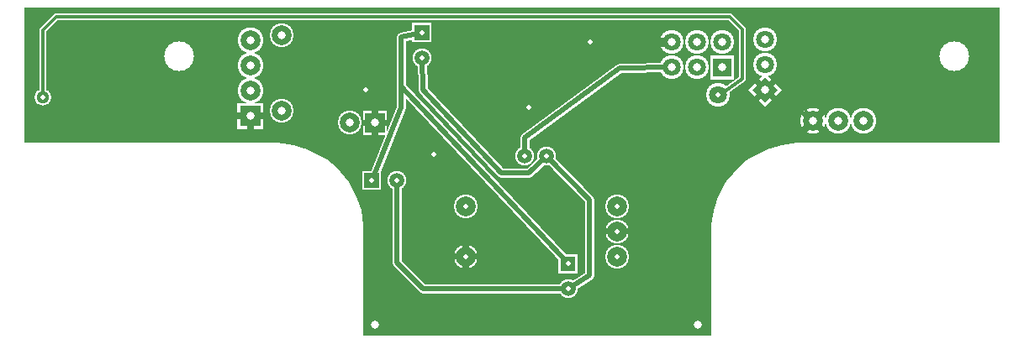
<source format=gbr>
%FSLAX34Y34*%
%MOMM*%
%LNCOPPER_BOTTOM*%
G71*
G01*
%ADD10C, 5.000*%
%ADD11C, 5.200*%
%ADD12C, 2.600*%
%ADD13C, 2.400*%
%ADD14C, 1.900*%
%ADD15C, 0.900*%
%ADD16C, 2.400*%
%ADD17C, 1.680*%
%ADD18C, 0.700*%
%ADD19C, 1.280*%
%ADD20C, 1.280*%
%ADD21C, 0.300*%
%ADD22C, 0.667*%
%ADD23C, 0.924*%
%ADD24C, 0.600*%
%ADD25C, 2.000*%
%ADD26C, 2.000*%
%ADD27C, 1.500*%
%ADD28C, 0.500*%
%ADD29C, 1.800*%
%ADD30C, 1.800*%
%ADD31C, 3.000*%
%ADD32C, 0.800*%
%LPD*%
G36*
X-792Y-396D02*
X-982792Y-396D01*
X-982792Y-331396D01*
X-792Y-331396D01*
X-792Y-396D01*
G37*
%LPC*%
X-46036Y-49608D02*
G54D10*
D03*
X-827085Y-49608D02*
G54D11*
D03*
G36*
X-742251Y-122535D02*
X-742251Y-96535D01*
X-768251Y-96535D01*
X-768251Y-122535D01*
X-742251Y-122535D01*
G37*
X-755252Y-84136D02*
G54D12*
D03*
X-755252Y-58736D02*
G54D12*
D03*
X-755252Y-33336D02*
G54D12*
D03*
X-385760Y-200421D02*
G54D13*
D03*
X-538160Y-200421D02*
G54D13*
D03*
X-385760Y-225821D02*
G54D13*
D03*
X-538161Y-251221D02*
G54D13*
D03*
X-385760Y-251221D02*
G54D13*
D03*
G36*
X-425872Y-249262D02*
X-444872Y-249262D01*
X-444872Y-268262D01*
X-425872Y-268262D01*
X-425872Y-249262D01*
G37*
X-435372Y-284163D02*
G54D14*
D03*
G36*
X-592099Y-34827D02*
X-573099Y-34827D01*
X-573099Y-15827D01*
X-592099Y-15827D01*
X-592099Y-34827D01*
G37*
X-582599Y-50727D02*
G54D14*
D03*
G54D15*
X-435372Y-284163D02*
X-413542Y-270270D01*
X-413542Y-193674D01*
X-457199Y-150017D01*
G54D15*
X-457199Y-150017D02*
X-475058Y-166686D01*
X-502839Y-166686D01*
X-581817Y-83342D01*
X-582214Y-51112D01*
X-582599Y-50727D01*
G54D15*
X-435372Y-258762D02*
X-603645Y-80167D01*
X-603645Y-30102D01*
X-582599Y-25327D01*
G36*
X-268046Y-48660D02*
X-292046Y-48660D01*
X-292046Y-72660D01*
X-268046Y-72660D01*
X-268046Y-48660D01*
G37*
X-280046Y-35260D02*
G54D16*
D03*
X-305446Y-60660D02*
G54D16*
D03*
X-305446Y-35260D02*
G54D16*
D03*
X-330846Y-60660D02*
G54D16*
D03*
X-330847Y-35260D02*
G54D16*
D03*
X-478630Y-150017D02*
G54D14*
D03*
X-137714Y-114695D02*
G54D12*
D03*
X-163114Y-114695D02*
G54D12*
D03*
X-188515Y-114695D02*
G54D12*
D03*
G36*
X-641518Y-104544D02*
X-641518Y-128544D01*
X-617518Y-128544D01*
X-617518Y-104544D01*
X-641518Y-104544D01*
G37*
X-654917Y-116545D02*
G54D16*
D03*
X-457199Y-150017D02*
G54D14*
D03*
X-964008Y-90487D02*
G54D17*
D03*
G54D18*
X-283764Y-89296D02*
X-259555Y-71834D01*
X-259555Y-21828D01*
X-272255Y-9128D01*
X-950514Y-9128D01*
X-964009Y-22622D01*
X-964008Y-90487D01*
X-284161Y-88104D02*
G54D13*
D03*
G54D15*
X-330846Y-60660D02*
X-382984Y-60722D01*
X-478964Y-131807D01*
X-478629Y-150017D01*
G36*
X-219639Y-82910D02*
X-236610Y-65939D01*
X-253580Y-82910D01*
X-236610Y-99881D01*
X-219639Y-82910D01*
G37*
X-236609Y-57509D02*
G54D16*
D03*
X-236609Y-32109D02*
G54D16*
D03*
X-723974Y-28042D02*
G54D16*
D03*
X-723973Y-104242D02*
G54D16*
D03*
G36*
X-623743Y-184280D02*
X-623743Y-165280D01*
X-642743Y-165280D01*
X-642743Y-184280D01*
X-623743Y-184280D01*
G37*
X-607842Y-174780D02*
G54D14*
D03*
G54D15*
X-607842Y-174780D02*
X-607842Y-257342D01*
X-581420Y-283764D01*
X-435769Y-283766D01*
X-435372Y-284163D01*
G54D15*
X-603645Y-80167D02*
X-603645Y-100804D01*
X-633411Y-175020D01*
X-412748Y-34526D02*
G54D19*
D03*
X-630000Y-320000D02*
G54D20*
D03*
X-305000Y-320000D02*
G54D20*
D03*
X-638967Y-83342D02*
G54D19*
D03*
X-570704Y-148032D02*
G54D19*
D03*
X-474661Y-101201D02*
G54D19*
D03*
G36*
X-986630Y-138112D02*
X-986631Y-331391D01*
X-642938Y-331788D01*
X-642938Y-219869D01*
X-645319Y-205184D01*
X-649684Y-191294D01*
X-656828Y-178197D01*
X-669925Y-162719D01*
X-679450Y-154384D01*
X-698103Y-144859D01*
X-711994Y-140891D01*
X-727869Y-138112D01*
X-986630Y-138112D01*
G37*
G54D21*
X-986630Y-138112D02*
X-986631Y-331391D01*
X-642938Y-331788D01*
X-642938Y-219869D01*
X-645319Y-205184D01*
X-649684Y-191294D01*
X-656828Y-178197D01*
X-669925Y-162719D01*
X-679450Y-154384D01*
X-698103Y-144859D01*
X-711994Y-140891D01*
X-727869Y-138112D01*
X-986630Y-138112D01*
G36*
X397Y-138112D02*
X397Y-332184D01*
X-289322Y-331788D01*
X-289322Y-219869D01*
X-286941Y-205184D01*
X-282575Y-191294D01*
X-275431Y-178197D01*
X-262334Y-162719D01*
X-252809Y-154384D01*
X-234156Y-144859D01*
X-220266Y-140891D01*
X-204391Y-138112D01*
X397Y-138112D01*
G37*
G54D21*
X397Y-138112D02*
X397Y-332184D01*
X-289322Y-331788D01*
X-289322Y-219869D01*
X-286941Y-205184D01*
X-282575Y-191294D01*
X-275431Y-178197D01*
X-262334Y-162719D01*
X-252809Y-154384D01*
X-234156Y-144859D01*
X-220266Y-140891D01*
X-204391Y-138112D01*
X397Y-138112D01*
%LPD*%
G54D22*
G36*
X-755251Y-112869D02*
X-741751Y-112869D01*
X-741751Y-106202D01*
X-755251Y-106202D01*
X-755251Y-112869D01*
G37*
G36*
X-755251Y-106202D02*
X-768751Y-106202D01*
X-768751Y-112869D01*
X-755251Y-112869D01*
X-755251Y-106202D01*
G37*
G36*
X-758585Y-109535D02*
X-758585Y-123035D01*
X-751918Y-123035D01*
X-751918Y-109535D01*
X-758585Y-109535D01*
G37*
G54D22*
G36*
X-385760Y-222488D02*
X-398260Y-222488D01*
X-398260Y-229154D01*
X-385760Y-229154D01*
X-385760Y-222488D01*
G37*
G36*
X-385760Y-229154D02*
X-373260Y-229154D01*
X-373260Y-222488D01*
X-385760Y-222488D01*
X-385760Y-229154D01*
G37*
G54D22*
G36*
X-538161Y-247888D02*
X-550661Y-247888D01*
X-550661Y-254554D01*
X-538161Y-254554D01*
X-538161Y-247888D01*
G37*
G36*
X-541494Y-251221D02*
X-541494Y-263721D01*
X-534827Y-263721D01*
X-534827Y-251221D01*
X-541494Y-251221D01*
G37*
G36*
X-538161Y-254554D02*
X-525661Y-254554D01*
X-525661Y-247888D01*
X-538161Y-247888D01*
X-538161Y-254554D01*
G37*
G36*
X-534827Y-251221D02*
X-534827Y-238721D01*
X-541494Y-238721D01*
X-541494Y-251221D01*
X-534827Y-251221D01*
G37*
G54D23*
G36*
X-330847Y-30640D02*
X-343347Y-30640D01*
X-343347Y-39880D01*
X-330847Y-39880D01*
X-330847Y-30640D01*
G37*
G54D22*
G36*
X-186158Y-112338D02*
X-195703Y-102792D01*
X-200418Y-107506D01*
X-190872Y-117052D01*
X-186158Y-112338D01*
G37*
G36*
X-190872Y-112338D02*
X-200418Y-121884D01*
X-195703Y-126598D01*
X-186158Y-117052D01*
X-190872Y-112338D01*
G37*
G36*
X-190872Y-117052D02*
X-181326Y-126598D01*
X-176612Y-121884D01*
X-186158Y-112338D01*
X-190872Y-117052D01*
G37*
G36*
X-186158Y-117052D02*
X-176612Y-107506D01*
X-181326Y-102792D01*
X-190872Y-112338D01*
X-186158Y-117052D01*
G37*
G54D22*
G36*
X-629518Y-113211D02*
X-642018Y-113211D01*
X-642018Y-119878D01*
X-629518Y-119878D01*
X-629518Y-113211D01*
G37*
G36*
X-632851Y-116544D02*
X-632851Y-129044D01*
X-626184Y-129044D01*
X-626184Y-116544D01*
X-632851Y-116544D01*
G37*
G36*
X-629518Y-119878D02*
X-617018Y-119878D01*
X-617018Y-113211D01*
X-629518Y-113211D01*
X-629518Y-119878D01*
G37*
G36*
X-626184Y-116544D02*
X-626184Y-104044D01*
X-632851Y-104044D01*
X-632851Y-116544D01*
X-626184Y-116544D01*
G37*
G54D24*
G36*
X-234488Y-85031D02*
X-225649Y-76192D01*
X-229892Y-71950D01*
X-238731Y-80789D01*
X-234488Y-85031D01*
G37*
G36*
X-234488Y-80789D02*
X-243327Y-71950D01*
X-247570Y-76192D01*
X-238731Y-85031D01*
X-234488Y-80789D01*
G37*
G36*
X-238731Y-80789D02*
X-247570Y-89628D01*
X-243327Y-93870D01*
X-234488Y-85031D01*
X-238731Y-80789D01*
G37*
G36*
X-238731Y-85031D02*
X-229892Y-93870D01*
X-225649Y-89628D01*
X-234488Y-80789D01*
X-238731Y-85031D01*
G37*
X-46036Y-49608D02*
G54D10*
D03*
X-827085Y-49608D02*
G54D11*
D03*
G36*
X-745251Y-119535D02*
X-745251Y-99535D01*
X-765251Y-99535D01*
X-765251Y-119535D01*
X-745251Y-119535D01*
G37*
X-755252Y-84136D02*
G54D25*
D03*
X-755252Y-58736D02*
G54D25*
D03*
X-755252Y-33336D02*
G54D25*
D03*
X-385760Y-200421D02*
G54D26*
D03*
X-538160Y-200421D02*
G54D26*
D03*
X-385760Y-225821D02*
G54D26*
D03*
X-538161Y-251221D02*
G54D26*
D03*
X-385760Y-251221D02*
G54D26*
D03*
G36*
X-427872Y-251262D02*
X-442872Y-251262D01*
X-442872Y-266262D01*
X-427872Y-266262D01*
X-427872Y-251262D01*
G37*
X-435372Y-284163D02*
G54D27*
D03*
G36*
X-590099Y-32827D02*
X-575099Y-32827D01*
X-575099Y-17827D01*
X-590099Y-17827D01*
X-590099Y-32827D01*
G37*
X-582599Y-50727D02*
G54D27*
D03*
G54D28*
X-435372Y-284163D02*
X-413542Y-270270D01*
X-413542Y-193674D01*
X-457199Y-150017D01*
G54D28*
X-457199Y-150017D02*
X-475058Y-166686D01*
X-502839Y-166686D01*
X-581817Y-83342D01*
X-582214Y-51112D01*
X-582599Y-50727D01*
G54D28*
X-435372Y-258762D02*
X-603645Y-80167D01*
X-603645Y-30102D01*
X-582599Y-25327D01*
G36*
X-271046Y-51660D02*
X-289046Y-51660D01*
X-289046Y-69660D01*
X-271046Y-69660D01*
X-271046Y-51660D01*
G37*
X-280046Y-35260D02*
G54D29*
D03*
X-305446Y-60660D02*
G54D29*
D03*
X-305446Y-35260D02*
G54D29*
D03*
X-330846Y-60660D02*
G54D29*
D03*
X-330847Y-35260D02*
G54D29*
D03*
X-478630Y-150017D02*
G54D27*
D03*
X-137714Y-114695D02*
G54D25*
D03*
X-163114Y-114695D02*
G54D25*
D03*
X-188515Y-114695D02*
G54D25*
D03*
G36*
X-639518Y-106544D02*
X-639518Y-126544D01*
X-619518Y-126544D01*
X-619518Y-106544D01*
X-639518Y-106544D01*
G37*
X-654917Y-116545D02*
G54D25*
D03*
X-457199Y-150017D02*
G54D27*
D03*
X-964008Y-90487D02*
G54D19*
D03*
G54D21*
X-283764Y-89296D02*
X-259555Y-71834D01*
X-259555Y-21828D01*
X-272255Y-9128D01*
X-950514Y-9128D01*
X-964009Y-22622D01*
X-964008Y-90487D01*
X-284161Y-88104D02*
G54D30*
D03*
G54D28*
X-330846Y-60660D02*
X-382984Y-60722D01*
X-478964Y-131807D01*
X-478629Y-150017D01*
G36*
X-223882Y-82910D02*
X-236610Y-70182D01*
X-249338Y-82910D01*
X-236610Y-95638D01*
X-223882Y-82910D01*
G37*
X-236609Y-57509D02*
G54D29*
D03*
X-236609Y-32109D02*
G54D29*
D03*
X-723974Y-28042D02*
G54D25*
D03*
X-723973Y-104242D02*
G54D25*
D03*
G36*
X-625743Y-182280D02*
X-625743Y-167280D01*
X-640743Y-167280D01*
X-640743Y-182280D01*
X-625743Y-182280D01*
G37*
X-607842Y-174780D02*
G54D27*
D03*
G54D28*
X-607842Y-174780D02*
X-607842Y-257342D01*
X-581420Y-283764D01*
X-435769Y-283766D01*
X-435372Y-284163D01*
G54D28*
X-603645Y-80167D02*
X-603645Y-100804D01*
X-633411Y-175020D01*
X-412748Y-34526D02*
G54D19*
D03*
X-630000Y-320000D02*
G54D20*
D03*
X-305000Y-320000D02*
G54D20*
D03*
X-638967Y-83342D02*
G54D19*
D03*
X-570704Y-148032D02*
G54D19*
D03*
X-474661Y-101201D02*
G54D19*
D03*
%LNAUGENFREISTANZEN*%
%LPC*%
X-46036Y-49608D02*
G54D31*
D03*
X-827085Y-49608D02*
G54D31*
D03*
X-755251Y-109535D02*
G54D32*
D03*
X-755252Y-84136D02*
G54D32*
D03*
X-755252Y-58736D02*
G54D32*
D03*
X-755252Y-33336D02*
G54D32*
D03*
X-385760Y-200421D02*
G54D28*
D03*
X-538160Y-200421D02*
G54D28*
D03*
X-385760Y-225821D02*
G54D28*
D03*
X-538161Y-251221D02*
G54D28*
D03*
X-385760Y-251221D02*
G54D28*
D03*
X-435372Y-258762D02*
G54D28*
D03*
X-435372Y-284163D02*
G54D28*
D03*
X-582599Y-25327D02*
G54D28*
D03*
X-582599Y-50727D02*
G54D28*
D03*
X-280046Y-60660D02*
G54D32*
D03*
X-280046Y-35260D02*
G54D32*
D03*
X-305446Y-60660D02*
G54D32*
D03*
X-305446Y-35260D02*
G54D32*
D03*
X-330846Y-60660D02*
G54D32*
D03*
X-330847Y-35260D02*
G54D32*
D03*
X-478630Y-150017D02*
G54D28*
D03*
X-137714Y-114695D02*
G54D32*
D03*
X-163114Y-114695D02*
G54D32*
D03*
X-188515Y-114695D02*
G54D32*
D03*
X-629518Y-116544D02*
G54D32*
D03*
X-654917Y-116545D02*
G54D32*
D03*
X-457199Y-150017D02*
G54D28*
D03*
X-964008Y-90487D02*
G54D28*
D03*
X-284161Y-88104D02*
G54D28*
D03*
X-236610Y-82910D02*
G54D32*
D03*
X-236609Y-57509D02*
G54D32*
D03*
X-236609Y-32109D02*
G54D32*
D03*
X-723974Y-28042D02*
G54D32*
D03*
X-723973Y-104242D02*
G54D32*
D03*
X-633243Y-174780D02*
G54D28*
D03*
X-607842Y-174780D02*
G54D28*
D03*
X-412748Y-34526D02*
G54D28*
D03*
X-630000Y-320000D02*
G54D32*
D03*
X-305000Y-320000D02*
G54D32*
D03*
X-638967Y-83342D02*
G54D28*
D03*
X-570704Y-148032D02*
G54D28*
D03*
X-474661Y-101201D02*
G54D28*
D03*
M02*

</source>
